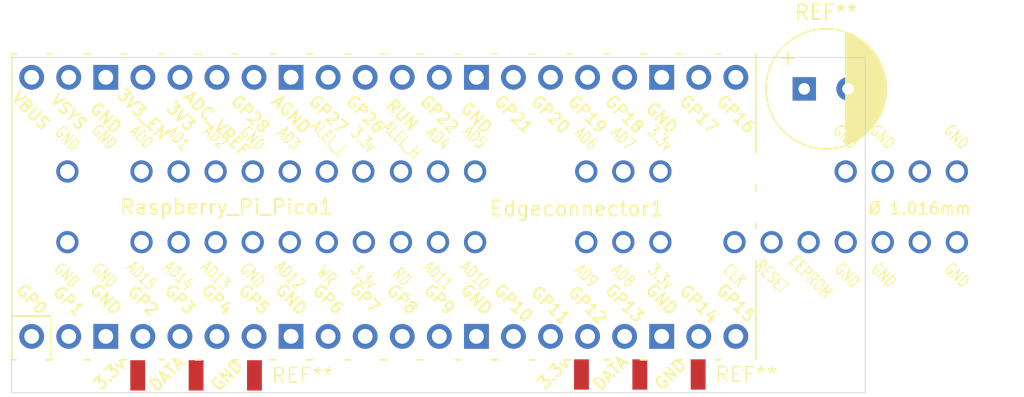
<source format=kicad_pcb>
(kicad_pcb (version 20221018) (generator pcbnew)
  (layers (0 "F.Cu" signal) (31 "B.Cu" signal) (34 "B.Paste" user) (35 "F.Paste" user) (36 "B.SilkS" user "B.Silkscreen") (37 "F.SilkS" user "F.Silkscreen") (38 "B.Mask" user) (39 "F.Mask" user) (44 "Edge.Cuts" user))
  (net 0 "")
  (net 1 "GND")
  (net 2 "BUS15")
  (net 3 "BUS14")
  (net 4 "BUS13")
  (net 5 "BUS12")
  (net 6 "WR")
  (net 7 "+3V3")
  (net 8 "RD")
  (net 9 "BUS11")
  (net 10 "BUS10")
  (net 11 "BUS9")
  (net 12 "BUS8")
  (net 13 "EEPCLOCK")
  (net 14 "RESET")
  (net 15 "EPPDATA")
  (net 16 "BUS0")
  (net 17 "BUS1")
  (net 18 "BUS2")
  (net 19 "BUS3")
  (net 20 "ALEL")
  (net 21 "ALEH")
  (net 22 "BUS4")
  (net 23 "BUS5")
  (net 24 "BUS6")
  (net 25 "BUS7")
  (net 26 "GPIO0")
  (net 27 "GPIO1")
  (footprint "cardboard64:Controller_PAD" (layer "F.Cu") (at 43.0498 21.7554)
    (fp_text reference "REF**" (at 7.3 0 unlocked) (layer "F.SilkS") (effects (font (thickness 0.1))))
    (fp_text value "Controller_PAD")
    (fp_text user "3.3v" (at -5.9 -0.1 225) (layer "F.SilkS") (effects (font (size 0.8 0.8) (thickness 0.15) bold)))
    (fp_text user "GND" (at 2.1 0 225) (layer "F.SilkS") (effects (font (size 0.8 0.8) (thickness 0.15) bold)))
    (fp_text user "DATA" (at -2 -0.1 225) (layer "F.SilkS") (effects (font (size 0.8 0.8) (thickness 0.15) bold)))
    (pad "1" connect rect (at -4 0) (size 1.02 2.08) (layers "F.Cu" "F.Mask"))
    (pad "2" connect rect (at 0 0) (size 1.02 2.08) (layers "F.Cu" "F.Mask"))
    (pad "3" connect rect (at 4 0) (size 1.02 2.08) (layers "F.Cu" "F.Mask"))
  )
  (footprint "cardboard64:RPi_Pico_SMD_TH" (layer "F.Cu") (at 25.5 10.25 90)
    (fp_text reference "Raspberry_Pi_Pico1" (at -0.0054 -10.7902) (layer "F.SilkS"))
    (fp_text value "Pico")
    (fp_text user "GND" (at 6.096 -19.05 135) (layer "F.SilkS") (effects (font (size 0.8 0.8))))
    (fp_text user "GP2" (at -6.45 -16.51 135) (layer "F.SilkS") (effects (font (size 0.8 0.8))))
    (fp_text user "ADC_VREF" (at 5.715 -11.43 135) (layer "F.SilkS") (effects (font (size 0.8 0.8))))
    (fp_text user "GP21" (at 6.35 8.9 135) (layer "F.SilkS") (effects (font (size 0.8 0.8))))
    (fp_text user "GP26" (at 6.35 -1.27 135) (layer "F.SilkS") (effects (font (size 0.8 0.8))))
    (fp_text user "GP1" (at -6.45 -21.6 135) (layer "F.SilkS") (effects (font (size 0.8 0.8))))
    (fp_text user "GP4" (at -6.35 -11.43 135) (layer "F.SilkS") (effects (font (size 0.8 0.8))))
    (fp_text user "GP19" (at 6.35 13.97 135) (layer "F.SilkS") (effects (font (size 0.8 0.8))))
    (fp_text user "GP13" (at -6.604 16.51 135) (layer "F.SilkS") (effects (font (size 0.8 0.8))))
    (fp_text user "VSYS" (at 6.496 -21.59 135) (layer "F.SilkS") (effects (font (size 0.8 0.8))))
    (fp_text user "GP17" (at 6.35 21.59 135) (layer "F.SilkS") (effects (font (size 0.8 0.8))))
    (fp_text user "GND" (at 6.096 6.35 135) (layer "F.SilkS") (effects (font (size 0.8 0.8))))
    (fp_text user "GP28" (at 6.35 -9.144 135) (layer "F.SilkS") (effects (font (size 0.8 0.8))))
    (fp_text user "3V3" (at 6.196 -13.9 135) (layer "F.SilkS") (effects (font (size 0.8 0.8))))
    (fp_text user "GP6" (at -6.35 -3.81 135) (layer "F.SilkS") (effects (font (size 0.8 0.8))))
    (fp_text user "AGND" (at 6.35 -6.35 135) (layer "F.SilkS") (effects (font (size 0.8 0.8))))
    (fp_text user "GP16" (at 6.35 24.13 135) (layer "F.SilkS") (effects (font (size 0.8 0.8))))
    (fp_text user "3V3_EN" (at 6.35 -16.51 135) (layer "F.SilkS") (effects (font (size 0.8 0.8))))
    (fp_text user "GND" (at 6.096 19.05 135) (layer "F.SilkS") (effects (font (size 0.8 0.8))))
    (fp_text user "GND" (at -6.35 -19.05 135) (layer "F.SilkS") (effects (font (size 0.8 0.8))))
    (fp_text user "GP9" (at -6.35 3.81 135) (layer "F.SilkS") (effects (font (size 0.8 0.8))))
    (fp_text user "GND" (at -6.35 -6.35 135) (layer "F.SilkS") (effects (font (size 0.8 0.8))))
    (fp_text user "GP8" (at -6.35 1.27 135) (layer "F.SilkS") (effects (font (size 0.8 0.8))))
    (fp_text user "GP10" (at -6.604 8.89 135) (layer "F.SilkS") (effects (font (size 0.8 0.8))))
    (fp_text user "GND" (at -6.35 6.35 135) (layer "F.SilkS") (effects (font (size 0.8 0.8))))
    (fp_text user "GP7" (at -6.25 -1.3 135) (layer "F.SilkS") (effects (font (size 0.8 0.8))))
    (fp_text user "GP3" (at -6.35 -13.97 135) (layer "F.SilkS") (effects (font (size 0.8 0.8))))
    (fp_text user "GP18" (at 6.35 16.51 135) (layer "F.SilkS") (effects (font (size 0.8 0.8))))
    (fp_text user "GP12" (at -6.75 13.97 135) (layer "F.SilkS") (effects (font (size 0.8 0.8))))
    (fp_text user "GP5" (at -6.35 -8.89 135) (layer "F.SilkS") (effects (font (size 0.8 0.8))))
    (fp_text user "GP14" (at -6.65 21.59 135) (layer "F.SilkS") (effects (font (size 0.8 0.8))))
    (fp_text user "GND" (at -6.35 19.05 135) (layer "F.SilkS") (effects (font (size 0.8 0.8))))
    (fp_text user "GP11" (at -6.75 11.43 135) (layer "F.SilkS") (effects (font (size 0.8 0.8))))
    (fp_text user "GP27" (at 6.35 -3.8 135) (layer "F.SilkS") (effects (font (size 0.8 0.8))))
    (fp_text user "GP0" (at -6.35 -24.13 135) (layer "F.SilkS") (effects (font (size 0.8 0.8))))
    (fp_text user "GP15" (at -6.604 24.13 135) (layer "F.SilkS") (effects (font (size 0.8 0.8))))
    (fp_text user "RUN" (at 6.296 1.27 135) (layer "F.SilkS") (effects (font (size 0.8 0.8))))
    (fp_text user "GP22" (at 6.35 3.81 135) (layer "F.SilkS") (effects (font (size 0.8 0.8))))
    (fp_text user "VBUS" (at 6.596 -24.2 135) (layer "F.SilkS") (effects (font (size 0.8 0.8))))
    (fp_text user "GP20" (at 6.35 11.43 135) (layer "F.SilkS") (effects (font (size 0.8 0.8))))
    (fp_line (start -10.5 -25.5) (end -10.5 -25.2) (stroke (width 0.12)) (layer "F.SilkS"))
    (fp_line (start -10.5 -25.5) (end 10.5 -25.5) (stroke (width 0.12)) (layer "F.SilkS"))
    (fp_line (start -10.5 -23.1) (end -10.5 -22.7) (stroke (width 0.12)) (layer "F.SilkS"))
    (fp_line (start -10.5 -22.833) (end -7.493 -22.833) (stroke (width 0.12)) (layer "F.SilkS"))
    (fp_line (start -10.5 -20.5) (end -10.5 -20.1) (stroke (width 0.12)) (layer "F.SilkS"))
    (fp_line (start -10.5 -18) (end -10.5 -17.6) (stroke (width 0.12)) (layer "F.SilkS"))
    (fp_line (start -10.5 -15.4) (end -10.5 -15) (stroke (width 0.12)) (layer "F.SilkS"))
    (fp_line (start -10.5 -12.9) (end -10.5 -12.5) (stroke (width 0.12)) (layer "F.SilkS"))
    (fp_line (start -10.5 -10.4) (end -10.5 -10) (stroke (width 0.12)) (layer "F.SilkS"))
    (fp_line (start -10.5 -7.8) (end -10.5 -7.4) (stroke (width 0.12)) (layer "F.SilkS"))
    (fp_line (start -10.5 -5.3) (end -10.5 -4.9) (stroke (width 0.12)) (layer "F.SilkS"))
    (fp_line (start -10.5 -2.7) (end -10.5 -2.3) (stroke (width 0.12)) (layer "F.SilkS"))
    (fp_line (start -10.5 -0.2) (end -10.5 0.2) (stroke (width 0.12)) (layer "F.SilkS"))
    (fp_line (start -10.5 2.3) (end -10.5 2.7) (stroke (width 0.12)) (layer "F.SilkS"))
    (fp_line (start -10.5 4.9) (end -10.5 5.3) (stroke (width 0.12)) (layer "F.SilkS"))
    (fp_line (start -10.5 7.4) (end -10.5 7.8) (stroke (width 0.12)) (layer "F.SilkS"))
    (fp_line (start -10.5 10) (end -10.5 10.4) (stroke (width 0.12)) (layer "F.SilkS"))
    (fp_line (start -10.5 12.5) (end -10.5 12.9) (stroke (width 0.12)) (layer "F.SilkS"))
    (fp_line (start -10.5 15.1) (end -10.5 15.5) (stroke (width 0.12)) (layer "F.SilkS"))
    (fp_line (start -10.5 17.6) (end -10.5 18) (stroke (width 0.12)) (layer "F.SilkS"))
    (fp_line (start -10.5 20.1) (end -10.5 20.5) (stroke (width 0.12)) (layer "F.SilkS"))
    (fp_line (start -10.5 22.7) (end -10.5 23.1) (stroke (width 0.12)) (layer "F.SilkS"))
    (fp_line (start -7.493 -22.833) (end -7.493 -25.5) (stroke (width 0.12)) (layer "F.SilkS"))
    (fp_line (start -3.7 25.5) (end -10.5 25.5) (stroke (width 0.12)) (layer "F.SilkS"))
    (fp_line (start -1.5 25.5) (end -1.1 25.5) (stroke (width 0.12)) (layer "F.SilkS"))
    (fp_line (start 1.1 25.5) (end 1.5 25.5) (stroke (width 0.12)) (layer "F.SilkS"))
    (fp_line (start 10.5 -25.5) (end 10.5 -25.2) (stroke (width 0.12)) (layer "F.SilkS"))
    (fp_line (start 10.5 -23.1) (end 10.5 -22.7) (stroke (width 0.12)) (layer "F.SilkS"))
    (fp_line (start 10.5 -20.5) (end 10.5 -20.1) (stroke (width 0.12)) (layer "F.SilkS"))
    (fp_line (start 10.5 -18) (end 10.5 -17.6) (stroke (width 0.12)) (layer "F.SilkS"))
    (fp_line (start 10.5 -15.4) (end 10.5 -15) (stroke (width 0.12)) (layer "F.SilkS"))
    (fp_line (start 10.5 -12.9) (end 10.5 -12.5) (stroke (width 0.12)) (layer "F.SilkS"))
    (fp_line (start 10.5 -10.4) (end 10.5 -10) (stroke (width 0.12)) (layer "F.SilkS"))
    (fp_line (start 10.5 -7.8) (end 10.5 -7.4) (stroke (width 0.12)) (layer "F.SilkS"))
    (fp_line (start 10.5 -5.3) (end 10.5 -4.9) (stroke (width 0.12)) (layer "F.SilkS"))
    (fp_line (start 10.5 -2.7) (end 10.5 -2.3) (stroke (width 0.12)) (layer "F.SilkS"))
    (fp_line (start 10.5 -0.2) (end 10.5 0.2) (stroke (width 0.12)) (layer "F.SilkS"))
    (fp_line (start 10.5 2.3) (end 10.5 2.7) (stroke (width 0.12)) (layer "F.SilkS"))
    (fp_line (start 10.5 4.9) (end 10.5 5.3) (stroke (width 0.12)) (layer "F.SilkS"))
    (fp_line (start 10.5 7.4) (end 10.5 7.8) (stroke (width 0.12)) (layer "F.SilkS"))
    (fp_line (start 10.5 10) (end 10.5 10.4) (stroke (width 0.12)) (layer "F.SilkS"))
    (fp_line (start 10.5 12.5) (end 10.5 12.9) (stroke (width 0.12)) (layer "F.SilkS"))
    (fp_line (start 10.5 15.1) (end 10.5 15.5) (stroke (width 0.12)) (layer "F.SilkS"))
    (fp_line (start 10.5 17.6) (end 10.5 18) (stroke (width 0.12)) (layer "F.SilkS"))
    (fp_line (start 10.5 20.1) (end 10.5 20.5) (stroke (width 0.12)) (layer "F.SilkS"))
    (fp_line (start 10.5 22.7) (end 10.5 23.1) (stroke (width 0.12)) (layer "F.SilkS"))
    (fp_line (start 10.5 25.5) (end 3.7 25.5) (stroke (width 0.12)) (layer "F.SilkS"))
    (pad "1" thru_hole oval (at -8.89 -24.13 90) (size 1.7 1.7) (drill 1.016) (layers "*.Cu" "*.Mask") (net 26 "GPIO0"))
    (pad "2" thru_hole oval (at -8.89 -21.59 90) (size 1.7 1.7) (drill 1.016) (layers "*.Cu" "*.Mask") (net 27 "GPIO1"))
    (pad "3" thru_hole rect (at -8.89 -19.05 90) (size 1.7 1.7) (drill 1.016) (layers "*.Cu" "*.Mask") (net 1 "GND"))
    (pad "4" thru_hole oval (at -8.89 -16.51 90) (size 1.7 1.7) (drill 1.016) (layers "*.Cu" "*.Mask") (net 16 "BUS0"))
    (pad "5" thru_hole oval (at -8.89 -13.97 90) (size 1.7 1.7) (drill 1.016) (layers "*.Cu" "*.Mask") (net 17 "BUS1"))
    (pad "6" thru_hole oval (at -8.89 -11.43 90) (size 1.7 1.7) (drill 1.016) (layers "*.Cu" "*.Mask") (net 18 "BUS2"))
    (pad "7" thru_hole oval (at -8.89 -8.89 90) (size 1.7 1.7) (drill 1.016) (layers "*.Cu" "*.Mask") (net 19 "BUS3"))
    (pad "8" thru_hole rect (at -8.89 -6.35 90) (size 1.7 1.7) (drill 1.016) (layers "*.Cu" "*.Mask") (net 1 "GND"))
    (pad "9" thru_hole oval (at -8.89 -3.81 90) (size 1.7 1.7) (drill 1.016) (layers "*.Cu" "*.Mask") (net 22 "BUS4"))
    (pad "10" thru_hole oval (at -8.89 -1.27 90) (size 1.7 1.7) (drill 1.016) (layers "*.Cu" "*.Mask") (net 23 "BUS5"))
    (pad "11" thru_hole oval (at -8.89 1.27 90) (size 1.7 1.7) (drill 1.016) (layers "*.Cu" "*.Mask") (net 24 "BUS6"))
    (pad "12" thru_hole oval (at -8.89 3.81 90) (size 1.7 1.7) (drill 1.016) (layers "*.Cu" "*.Mask") (net 25 "BUS7"))
    (pad "13" thru_hole rect (at -8.89 6.35 90) (size 1.7 1.7) (drill 1.016) (layers "*.Cu" "*.Mask") (net 1 "GND"))
    (pad "14" thru_hole oval (at -8.89 8.89 90) (size 1.7 1.7) (drill 1.016) (layers "*.Cu" "*.Mask") (net 12 "BUS8"))
    (pad "15" thru_hole oval (at -8.89 11.43 90) (size 1.7 1.7) (drill 1.016) (layers "*.Cu" "*.Mask") (net 11 "BUS9"))
    (pad "16" thru_hole oval (at -8.89 13.97 90) (size 1.7 1.7) (drill 1.016) (layers "*.Cu" "*.Mask") (net 10 "BUS10"))
    (pad "17" thru_hole oval (at -8.89 16.51 90) (size 1.7 1.7) (drill 1.016) (layers "*.Cu" "*.Mask") (net 9 "BUS11"))
    (pad "18" thru_hole rect (at -8.89 19.05 90) (size 1.7 1.7) (drill 1.016) (layers "*.Cu" "*.Mask") (net 1 "GND"))
    (pad "19" thru_hole oval (at -8.89 21.59 90) (size 1.7 1.7) (drill 1.016) (layers "*.Cu" "*.Mask") (net 5 "BUS12"))
    (pad "20" thru_hole oval (at -8.89 24.13 90) (size 1.7 1.7) (drill 1.016) (layers "*.Cu" "*.Mask") (net 4 "BUS13"))
    (pad "21" thru_hole oval (at 8.89 24.13 90) (size 1.7 1.7) (drill 1.016) (layers "*.Cu" "*.Mask") (net 3 "BUS14"))
    (pad "22" thru_hole oval (at 8.89 21.59 90) (size 1.7 1.7) (drill 1.016) (layers "*.Cu" "*.Mask") (net 2 "BUS15"))
    (pad "23" thru_hole rect (at 8.89 19.05 90) (size 1.7 1.7) (drill 1.016) (layers "*.Cu" "*.Mask") (net 1 "GND"))
    (pad "24" thru_hole oval (at 8.89 16.51 90) (size 1.7 1.7) (drill 1.016) (layers "*.Cu" "*.Mask") (net 20 "ALEL"))
    (pad "25" thru_hole oval (at 8.89 13.97 90) (size 1.7 1.7) (drill 1.016) (layers "*.Cu" "*.Mask") (net 21 "ALEH"))
    (pad "26" thru_hole oval (at 8.89 11.43 90) (size 1.7 1.7) (drill 1.016) (layers "*.Cu" "*.Mask") (net 6 "WR"))
    (pad "27" thru_hole oval (at 8.89 8.89 90) (size 1.7 1.7) (drill 1.016) (layers "*.Cu" "*.Mask") (net 13 "EEPCLOCK"))
    (pad "28" thru_hole rect (at 8.89 6.35 90) (size 1.7 1.7) (drill 1.016) (layers "*.Cu" "*.Mask") (net 1 "GND"))
    (pad "29" thru_hole oval (at 8.89 3.81 90) (size 1.7 1.7) (drill 1.016) (layers "*.Cu" "*.Mask") (net 14 "RESET"))
    (pad "30" thru_hole oval (at 8.89 1.27 90) (size 1.7 1.7) (drill 1.016) (layers "*.Cu" "*.Mask"))
    (pad "31" thru_hole oval (at 8.89 -1.27 90) (size 1.7 1.7) (drill 1.016) (layers "*.Cu" "*.Mask") (net 8 "RD"))
    (pad "32" thru_hole oval (at 8.89 -3.81 90) (size 1.7 1.7) (drill 1.016) (layers "*.Cu" "*.Mask") (net 15 "EPPDATA"))
    (pad "33" thru_hole rect (at 8.89 -6.35 90) (size 1.7 1.7) (drill 1.016) (layers "*.Cu" "*.Mask") (net 1 "GND"))
    (pad "34" thru_hole oval (at 8.89 -8.89 90) (size 1.7 1.7) (drill 1.016) (layers "*.Cu" "*.Mask"))
    (pad "35" thru_hole oval (at 8.89 -11.43 90) (size 1.7 1.7) (drill 1.016) (layers "*.Cu" "*.Mask"))
    (pad "36" thru_hole oval (at 8.89 -13.97 90) (size 1.7 1.7) (drill 1.016) (layers "*.Cu" "*.Mask") (net 7 "+3V3"))
    (pad "37" thru_hole oval (at 8.89 -16.51 90) (size 1.7 1.7) (drill 1.016) (layers "*.Cu" "*.Mask"))
    (pad "38" thru_hole rect (at 8.89 -19.05 90) (size 1.7 1.7) (drill 1.016) (layers "*.Cu" "*.Mask") (net 1 "GND"))
    (pad "39" thru_hole oval (at 8.89 -21.59 90) (size 1.7 1.7) (drill 1.016) (layers "*.Cu" "*.Mask"))
    (pad "40" thru_hole oval (at 8.89 -24.13 90) (size 1.7 1.7) (drill 1.016) (layers "*.Cu" "*.Mask"))
  )
  (footprint "cardboard64:CP_Radial_D8.0mm_P3.00mm" (layer "F.Cu") (at 54.3198 2.1554)
    (fp_text reference "REF**" (at 1.5 -5.25) (layer "F.SilkS"))
    (fp_text value "CP_Radial_D8.0mm_P3.00mm")
    (fp_line (start -1.5 -2.1) (end -0.7 -2.1) (stroke (width 0.12)) (layer "F.SilkS"))
    (fp_line (start -1.1 -2.5) (end -1.1 -1.7) (stroke (width 0.12)) (layer "F.SilkS"))
    (fp_circle (center 1.5 0) (end 5.62 0) (stroke (width 0.12)) (fill none) (layer "F.SilkS"))
    (fp_poly (pts (arc (start 2.849352 -3.794156) (mid 5.499043 0.005844) (end 2.849352 3.805844)) (xy 2.849352 1.105844) (xy 4.049352 1.105844) (xy 4.049352 -1.094156) (xy 2.849352 -1.094156) (arc (start 2.849352 -3.794156) (mid 5.499043 0.005844) (end 2.849352 3.805844))) (stroke (width 0.1)) (fill solid) (layer "F.SilkS"))
    (pad "1" thru_hole rect (at 0 0) (size 1.6 1.6) (drill 0.8) (layers "*.Cu" "*.Mask"))
    (pad "2" thru_hole circle (at 3 0) (size 1.6 1.6) (drill 0.8) (layers "*.Cu" "*.Mask"))
  )
  (footprint "cardboard64:Controller_PAD" (layer "F.Cu") (at 12.6398 21.8154)
    (fp_text reference "REF**" (at 7.3 0 unlocked) (layer "F.SilkS") (effects (font (thickness 0.1))))
    (fp_text value "Controller_PAD")
    (fp_text user "GND" (at 2.1 0 225) (layer "F.SilkS") (effects (font (size 0.8 0.8) (thickness 0.15) bold)))
    (fp_text user "3.3v" (at -5.9 -0.1 225) (layer "F.SilkS") (effects (font (size 0.8 0.8) (thickness 0.15) bold)))
    (fp_text user "DATA" (at -2 -0.1 225) (layer "F.SilkS") (effects (font (size 0.8 0.8) (thickness 0.15) bold)))
    (pad "1" connect rect (at -4 0) (size 1.02 2.08) (layers "F.Cu" "F.Mask"))
    (pad "2" connect rect (at 0 0) (size 1.02 2.08) (layers "F.Cu" "F.Mask"))
    (pad "3" connect rect (at 4 0) (size 1.02 2.08) (layers "F.Cu" "F.Mask"))
  )
  (footprint "cardboard64:Edgeconnector_2.54" (layer "F.Cu") (at 34.3 10.25)
    (fp_text reference "Edgeconnector1" (at 4.4298 0.1254 unlocked) (layer "F.SilkS"))
    (fp_text value "Edgeconnector")
    (fp_text user "GND" (at 30.44 -4.8 135) (layer "F.SilkS") (effects (font (size 0.8 0.6) (thickness 0.1) bold)))
    (fp_text user "GND" (at 30.48 4.7 135) (layer "F.SilkS") (effects (font (size 0.8 0.6) (thickness 0.1) bold)))
    (fp_text user "AD0" (at -25.42 -4.8 135) (layer "F.SilkS") (effects (font (size 0.8 0.6) (thickness 0.1) bold)))
    (fp_text user "CLK" (at 15.24 4.7 135) (layer "F.SilkS") (effects (font (size 0.8 0.6) (thickness 0.1) bold)))
    (fp_text user "GND" (at 22.96 4.7 135) (layer "F.SilkS") (effects (font (size 0.8 0.6) (thickness 0.1) bold)))
    (fp_text user "GND" (at -27.96 -4.8 135) (layer "F.SilkS") (effects (font (size 0.8 0.6) (thickness 0.1) bold)))
    (fp_text user "3.3v" (at 10.14 -4.7 135) (layer "F.SilkS") (effects (font (size 0.8 0.6) (thickness 0.1) bold)))
    (fp_text user "GND" (at 25.46 4.7 135) (layer "F.SilkS") (effects (font (size 0.8 0.6) (thickness 0.1) bold)))
    (fp_text user "AD5" (at -2.56 -4.8 135) (layer "F.SilkS") (effects (font (size 0.8 0.6) (thickness 0.1) bold)))
    (fp_text user "AD4" (at -5.06 -4.7 135) (layer "F.SilkS") (effects (font (size 0.8 0.6) (thickness 0.1) bold)))
    (fp_text user "AD10" (at -2.54 4.7 135) (layer "F.SilkS") (effects (font (size 0.8 0.6) (thickness 0.1) bold)))
    (fp_text user "3.3v" (at -10.18 -4.6 135) (layer "F.SilkS") (effects (font (size 0.8 0.6) (thickness 0.1) bold)))
    (fp_text user "GND" (at -27.94 4.7 135) (layer "F.SilkS") (effects (font (size 0.8 0.6) (thickness 0.1) bold)))
    (fp_text user "ALEL_H" (at -7.56 -4.6 135) (layer "F.SilkS") (effects (font (size 0.8 0.6) (thickness 0.1) bold)))
    (fp_text user "AD2" (at -20.34 -4.8 135) (layer "F.SilkS") (effects (font (size 0.8 0.6) (thickness 0.1) bold)))
    (fp_text user "AD13" (at -20.32 4.7 135) (layer "F.SilkS") (effects (font (size 0.8 0.6) (thickness 0.1) bold)))
    (fp_text user "GND" (at -30.5 -4.7 135) (layer "F.SilkS") (effects (font (size 0.8 0.6) (thickness 0.1) bold)))
    (fp_text user "EEPROM" (at 20.46 4.8 135) (layer "F.SilkS") (effects (font (size 0.8 0.6) (thickness 0.1) bold)))
    (fp_text user "GND" (at 22.84 -4.8 135) (layer "F.SilkS") (effects (font (size 0.8 0.6) (thickness 0.1) bold)))
    (fp_text user "AD11" (at -5.08 4.7 135) (layer "F.SilkS") (effects (font (size 0.8 0.6) (thickness 0.1) bold)))
    (fp_text user "Ø 1.016mm" (at 27.94 0.1143 unlocked) (layer "F.SilkS") (effects (font (size 0.8 0.8) (thickness 0.15) bold)))
    (fp_text user "AD6" (at 5.06 -4.7 135) (layer "F.SilkS") (effects (font (size 0.8 0.6) (thickness 0.1) bold)))
    (fp_text user "AD14" (at -22.86 4.7 135) (layer "F.SilkS") (effects (font (size 0.8 0.6) (thickness 0.1) bold)))
    (fp_text user "3.3v" (at -10.16 4.8 135) (layer "F.SilkS") (effects (font (size 0.8 0.6) (thickness 0.1) bold)))
    (fp_text user "WR" (at -12.7 4.7 135) (layer "F.SilkS") (effects (font (size 0.8 0.6) (thickness 0.1) bold)))
    (fp_text user "AD1" (at -22.88 -4.7 135) (layer "F.SilkS") (effects (font (size 0.8 0.6) (thickness 0.1) bold)))
    (fp_text user "AD15" (at -25.4 4.7 135) (layer "F.SilkS") (effects (font (size 0.8 0.6) (thickness 0.1) bold)))
    (fp_text user "GND" (at 25.38 -4.8 135) (layer "F.SilkS") (effects (font (size 0.8 0.6) (thickness 0.1) bold)))
    (fp_text user "AD12" (at -15.24 4.7 135) (layer "F.SilkS") (effects (font (size 0.8 0.6) (thickness 0.11) bold)))
    (fp_text user "GND" (at -30.54 4.7 135) (layer "F.SilkS") (effects (font (size 0.8 0.6) (thickness 0.1) bold)))
    (fp_text user "RESET" (at 17.8 4.8 135) (layer "F.SilkS") (effects (font (size 0.8 0.6) (thickness 0.1) bold)))
    (fp_text user "AD3" (at -15.3 -4.7 135) (layer "F.SilkS") (effects (font (size 0.8 0.6) (thickness 0.1) bold)))
    (fp_text user "AD8" (at 7.62 4.7 135) (layer "F.SilkS") (effects (font (size 0.8 0.6) (thickness 0.1) bold)))
    (fp_text user "AD7" (at 7.6 -4.7 135) (layer "F.SilkS") (effects (font (size 0.8 0.6) (thickness 0.1) bold)))
    (fp_text user "RD" (at -7.54 4.8 135) (layer "F.SilkS") (effects (font (size 0.8 0.6) (thickness 0.1) bold)))
    (fp_text user "AD9" (at 5.08 4.7 135) (layer "F.SilkS") (effects (font (size 0.8 0.6) (thickness 0.1) bold)))
    (fp_text user "GND" (at -17.8 4.7 135) (layer "F.SilkS") (effects (font (size 0.8 0.6) (thickness 0.1) bold)))
    (fp_text user "ALEL_L" (at -12.56 -4.7 135) (layer "F.SilkS") (effects (font (size 0.8 0.6) (thickness 0.1) bold)))
    (fp_text user "GND" (at -17.8 -4.7 135) (layer "F.SilkS") (effects (font (size 0.8 0.6) (thickness 0.1) bold)))
    (fp_text user "3.3v" (at 10.2 4.8 135) (layer "F.SilkS") (effects (font (size 0.8 0.6) (thickness 0.1) bold)))
    (pad "" np_thru_hole circle (at -27.98 -2.4257) (size 1 1) (drill 1.016) (layers "F&B.Cu" "*.Mask"))
    (pad "" np_thru_hole circle (at -27.98 2.4257) (size 1 1) (drill 1.016) (layers "F&B.Cu" "*.Mask"))
    (pad "" np_thru_hole circle (at 0 -2.4257) (size 1 1) (drill 1.016) (layers "F&B.Cu" "*.Mask"))
    (pad "" np_thru_hole circle (at 0 2.4257) (size 1 1) (drill 1.016) (layers "F&B.Cu" "*.Mask"))
    (pad "" np_thru_hole circle (at 2.54 -2.4257) (size 1 1) (drill 1.016) (layers "F&B.Cu" "*.Mask"))
    (pad "" np_thru_hole circle (at 2.54 2.4257) (size 1 1) (drill 1.016) (layers "F&B.Cu" "*.Mask"))
    (pad "" np_thru_hole circle (at 12.7 -2.4257) (size 1 1) (drill 1.016) (layers "F&B.Cu" "*.Mask"))
    (pad "" np_thru_hole circle (at 12.7 2.4257) (size 1 1) (drill 1.016) (layers "F&B.Cu" "*.Mask"))
    (pad "" np_thru_hole circle (at 15.24 -2.4257) (size 1 1) (drill 1.016) (layers "F&B.Cu" "*.Mask"))
    (pad "" np_thru_hole circle (at 17.78 -2.4257) (size 1 1) (drill 1.016) (layers "F&B.Cu" "*.Mask"))
    (pad "" np_thru_hole circle (at 20.32 -2.4257) (size 1 1) (drill 1.016) (layers "F&B.Cu" "*.Mask"))
    (pad "1" thru_hole circle (at -30.48 2.4257) (size 1.524 1.524) (drill 1.016) (layers "*.Mask" "F.Cu" "In1.Cu" "B.Cu") (net 1 "GND"))
    (pad "3" thru_hole circle (at -25.4 2.4257) (size 1.524 1.524) (drill 1.016) (layers "*.Cu" "*.Mask") (net 2 "BUS15"))
    (pad "4" thru_hole circle (at -22.86 2.4257) (size 1.524 1.524) (drill 1.016) (layers "*.Cu" "*.Mask") (net 3 "BUS14"))
    (pad "5" thru_hole circle (at -20.32 2.4257) (size 1.524 1.524) (drill 1.016) (layers "*.Cu" "*.Mask") (net 4 "BUS13"))
    (pad "6" thru_hole circle (at -17.78 2.4257) (size 1.524 1.524) (drill 1.016) (layers "*.Cu" "*.Mask") (net 1 "GND"))
    (pad "7" thru_hole circle (at -15.24 2.4257) (size 1.524 1.524) (drill 1.016) (layers "*.Cu" "*.Mask") (net 5 "BUS12"))
    (pad "8" thru_hole circle (at -12.7 2.4257) (size 1.524 1.524) (drill 1.016) (layers "*.Cu" "*.Mask") (net 6 "WR"))
    (pad "9" thru_hole circle (at -10.16 2.4257) (size 1.524 1.524) (drill 1.016) (layers "*.Cu" "*.Mask") (net 7 "+3V3"))
    (pad "10" thru_hole circle (at -7.62 2.4257) (size 1.524 1.524) (drill 1.016) (layers "*.Cu" "*.Mask") (net 8 "RD"))
    (pad "11" thru_hole circle (at -5.08 2.4257) (size 1.524 1.524) (drill 1.016) (layers "*.Cu" "*.Mask") (net 9 "BUS11"))
    (pad "12" thru_hole circle (at -2.54 2.4257) (size 1.524 1.524) (drill 1.016) (layers "*.Cu" "*.Mask") (net 10 "BUS10"))
    (pad "15" thru_hole circle (at 5.08 2.4257) (size 1.524 1.524) (drill 1.016) (layers "*.Cu" "*.Mask") (net 11 "BUS9"))
    (pad "16" thru_hole circle (at 7.62 2.4257) (size 1.524 1.524) (drill 1.016) (layers "*.Cu" "*.Mask") (net 12 "BUS8"))
    (pad "17" thru_hole circle (at 10.16 2.4257) (size 1.524 1.524) (drill 1.016) (layers "*.Cu" "*.Mask") (net 7 "+3V3"))
    (pad "19" thru_hole circle (at 15.24 2.4257) (size 1.524 1.524) (drill 1.016) (layers "*.Cu" "*.Mask") (net 13 "EEPCLOCK"))
    (pad "20" thru_hole circle (at 17.78 2.4257) (size 1.524 1.524) (drill 1.016) (layers "*.Cu" "*.Mask") (net 14 "RESET"))
    (pad "21" thru_hole circle (at 20.32 2.4257) (size 1.524 1.524) (drill 1.016) (layers "*.Cu" "*.Mask") (net 15 "EPPDATA"))
    (pad "22" thru_hole circle (at 22.86 2.4257) (size 1.524 1.524) (drill 1.016) (layers "*.Cu" "*.Mask") (net 1 "GND"))
    (pad "23" thru_hole circle (at 25.4 2.4257) (size 1.524 1.524) (drill 1.016) (layers "*.Cu" "*.Mask") (net 1 "GND"))
    (pad "24" thru_hole circle (at 27.94 2.4257) (size 1.524 1.524) (drill 1.016) (layers "*.Cu" "*.Mask"))
    (pad "25" thru_hole circle (at 30.48 2.4257) (size 1.524 1.524) (drill 1.016) (layers "*.Cu" "*.Mask") (net 1 "GND"))
    (pad "26" thru_hole circle (at -30.48 -2.4257) (size 1.524 1.524) (drill 1.016) (layers "*.Cu" "*.Mask") (net 1 "GND"))
    (pad "28" thru_hole circle (at -25.4 -2.4257) (size 1.524 1.524) (drill 1.016) (layers "*.Cu" "*.Mask") (net 16 "BUS0"))
    (pad "29" thru_hole circle (at -22.86 -2.4257) (size 1.524 1.524) (drill 1.016) (layers "*.Cu" "*.Mask") (net 17 "BUS1"))
    (pad "30" thru_hole circle (at -20.32 -2.4257) (size 1.524 1.524) (drill 1.016) (layers "*.Cu" "*.Mask") (net 18 "BUS2"))
    (pad "31" thru_hole circle (at -17.78 -2.4257) (size 1.524 1.524) (drill 1.016) (layers "*.Cu" "*.Mask") (net 1 "GND"))
    (pad "32" thru_hole circle (at -15.24 -2.4257) (size 1.524 1.524) (drill 1.016) (layers "*.Cu" "*.Mask") (net 19 "BUS3"))
    (pad "33" thru_hole circle (at -12.7 -2.4257) (size 1.524 1.524) (drill 1.016) (layers "*.Cu" "*.Mask") (net 20 "ALEL"))
    (pad "34" thru_hole circle (at -10.2 -2.4257) (size 1.524 1.524) (drill 1.016) (layers "*.Cu" "*.Mask") (net 7 "+3V3"))
    (pad "35" thru_hole circle (at -7.62 -2.4257) (size 1.524 1.524) (drill 1.016) (layers "*.Cu" "*.Mask") (net 21 "ALEH"))
    (pad "36" thru_hole circle (at -5.08 -2.4257) (size 1.524 1.524) (drill 1.016) (layers "*.Cu" "*.Mask") (net 22 "BUS4"))
    (pad "37" thru_hole circle (at -2.54 -2.4257) (size 1.524 1.524) (drill 1.016) (layers "*.Cu" "*.Mask") (net 23 "BUS5"))
    (pad "40" thru_hole circle (at 5.08 -2.4257) (size 1.524 1.524) (drill 1.016) (layers "*.Cu" "*.Mask") (net 24 "BUS6"))
    (pad "41" thru_hole circle (at 7.62 -2.4257) (size 1.524 1.524) (drill 1.016) (layers "*.Cu" "*.Mask") (net 25 "BUS7"))
    (pad "42" thru_hole circle (at 10.16 -2.4257) (size 1.524 1.524) (drill 1.016) (layers "*.Cu" "*.Mask") (net 7 "+3V3"))
    (pad "47" thru_hole circle (at 22.86 -2.4257) (size 1.524 1.524) (drill 1.016) (layers "*.Cu" "*.Mask") (net 1 "GND"))
    (pad "48" thru_hole circle (at 25.4 -2.4257) (size 1.524 1.524) (drill 1.016) (layers "*.Cu" "*.Mask") (net 1 "GND"))
    (pad "49" thru_hole circle (at 27.94 -2.4257) (size 1.524 1.524) (drill 1.016) (layers "*.Cu" "*.Mask"))
    (pad "50" thru_hole circle (at 30.48 -2.4257) (size 1.524 1.524) (drill 1.016) (layers "*.Cu" "*.Mask") (net 1 "GND"))
  )
  (gr_rect (start 0 0) (end 58.5 23) (stroke (width 0.05)) (fill none) (layer "Edge.Cuts"))
)
</source>
